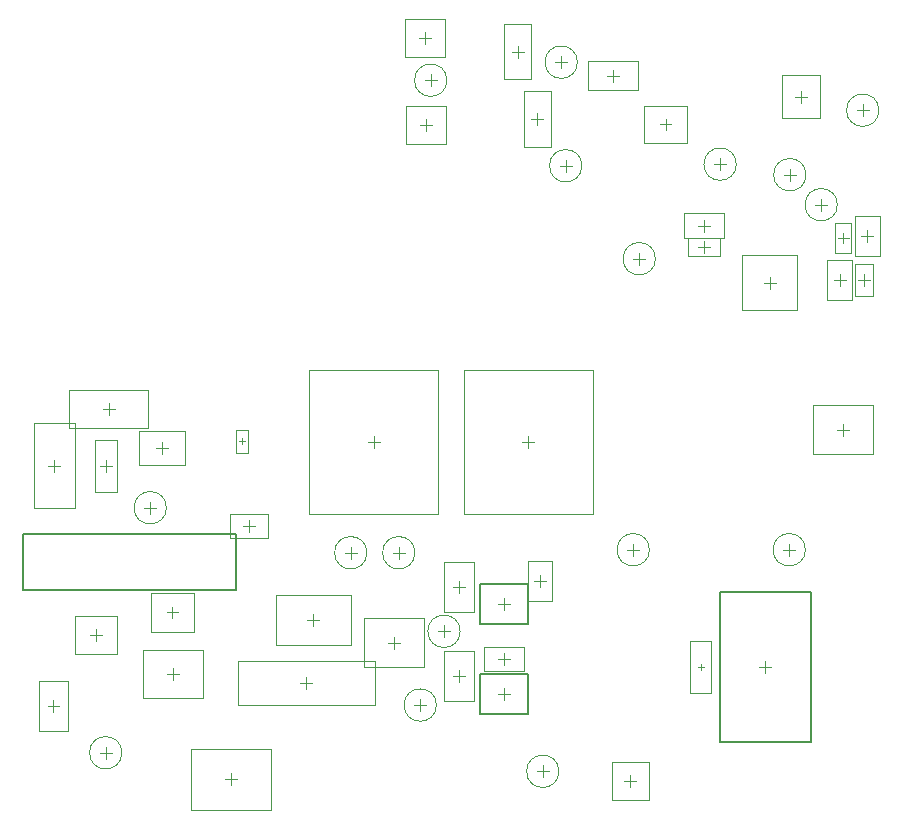
<source format=gbr>
%TF.GenerationSoftware,Altium Limited,Altium Designer,20.0.11 (256)*%
G04 Layer_Color=32768*
%FSLAX26Y26*%
%MOIN*%
%TF.FileFunction,Other,Mechanical_15*%
%TF.Part,Single*%
G01*
G75*
%TA.AperFunction,NonConductor*%
%ADD111C,0.003937*%
%ADD112C,0.007874*%
%ADD166C,0.001968*%
D111*
X845173Y1060630D02*
Y1139370D01*
Y1060630D02*
X971157D01*
X845173Y1139370D02*
X971157D01*
Y1060630D02*
Y1139370D01*
X888480Y1100000D02*
X927850D01*
X908165Y1080315D02*
Y1119685D01*
X1080315Y575000D02*
X1119685D01*
X1100000Y555315D02*
Y594685D01*
X600315Y1360000D02*
X639685D01*
X620000Y1340315D02*
Y1379685D01*
X1500000Y2415315D02*
Y2454685D01*
X1480315Y2435000D02*
X1519685D01*
X830315Y255000D02*
X869685D01*
X850000Y235315D02*
Y274685D01*
X2625315Y1910000D02*
X2664685D01*
X2645000Y1890315D02*
Y1929685D01*
X1858780Y915000D02*
X1898150D01*
X1878465Y895315D02*
Y934685D01*
X2123194Y2580315D02*
Y2619685D01*
X2103509Y2600000D02*
X2142879D01*
X2872284Y2058878D02*
X2907717D01*
X2890000Y2041162D02*
Y2076595D01*
X2425000Y2010315D02*
Y2049685D01*
X2405315Y2030000D02*
X2444685D01*
X2425000Y2080315D02*
Y2119685D01*
X2405315Y2100000D02*
X2444685D01*
X2750000Y2510315D02*
Y2549685D01*
X2730315Y2530000D02*
X2769685D01*
X885000Y1371280D02*
Y1390965D01*
X875158Y1381122D02*
X894842D01*
X413315Y1299000D02*
X452685D01*
X433000Y1279315D02*
Y1318685D01*
X2630000Y610315D02*
Y649685D01*
X2610315Y630000D02*
X2649685D01*
X1820315Y1380000D02*
X1859685D01*
X1840000Y1360315D02*
Y1399685D01*
X2405433Y630000D02*
X2425118D01*
X2415276Y620158D02*
Y639842D01*
X1738658Y840000D02*
X1778272D01*
X1758465Y820193D02*
Y859807D01*
X654000Y791315D02*
Y830685D01*
X634315Y811000D02*
X673685D01*
X240315Y1300000D02*
X279685D01*
X260000Y1280315D02*
Y1319685D01*
X2190000Y1000315D02*
Y1039685D01*
X2170315Y1020000D02*
X2209685D01*
X1559252Y728315D02*
Y767685D01*
X1539567Y748000D02*
X1578937D01*
X1248465Y990315D02*
Y1029685D01*
X1228780Y1010000D02*
X1268150D01*
X1515000Y2565315D02*
Y2604685D01*
X1495315Y2585000D02*
X1534685D01*
X2712000Y2250315D02*
Y2289685D01*
X2692315Y2270000D02*
X2731685D01*
X431604Y323512D02*
Y362882D01*
X411919Y343197D02*
X451289D01*
X1408465Y990315D02*
Y1029685D01*
X1388780Y1010000D02*
X1428150D01*
X2955000Y2465315D02*
Y2504685D01*
X2935315Y2485000D02*
X2974685D01*
X1965000Y2280315D02*
Y2319685D01*
X1945315Y2300000D02*
X1984685D01*
X1950000Y2625315D02*
Y2664685D01*
X1930315Y2645000D02*
X1969685D01*
X2180000Y230315D02*
Y269685D01*
X2160315Y250000D02*
X2199685D01*
X421890Y1488740D02*
X461260D01*
X441575Y1469055D02*
Y1508425D01*
X1103780Y785000D02*
X1143150D01*
X1123465Y765315D02*
Y804685D01*
X635315Y605000D02*
X674685D01*
X655000Y585315D02*
Y624685D01*
X1870000Y2435315D02*
Y2474685D01*
X1850315Y2455000D02*
X1889685D01*
X2858815Y1919842D02*
X2898185D01*
X2878500Y1900158D02*
Y1939528D01*
X1588780Y600000D02*
X1628150D01*
X1608465Y580315D02*
Y619685D01*
X1758465Y635315D02*
Y674685D01*
X1738780Y655000D02*
X1778150D01*
X1588780Y895000D02*
X1628150D01*
X1608465Y875315D02*
Y914685D01*
X2278071Y2437402D02*
X2317441D01*
X2297756Y2417716D02*
Y2457087D01*
X1738658Y540000D02*
X1778272D01*
X1758465Y520193D02*
Y559807D01*
X1373780Y710000D02*
X1413150D01*
X1393465Y690315D02*
Y729685D01*
X2950315Y2065000D02*
X2989685D01*
X2970000Y2045315D02*
Y2084685D01*
X2870315Y1420000D02*
X2909685D01*
X2890000Y1400315D02*
Y1439685D01*
X2940315Y1920000D02*
X2979685D01*
X2960000Y1900315D02*
Y1939685D01*
X1805000Y2660315D02*
Y2699685D01*
X1785315Y2680000D02*
X1824685D01*
X1305315Y1380000D02*
X1344685D01*
X1325000Y1360315D02*
Y1399685D01*
X237913Y500000D02*
X277284D01*
X257599Y480315D02*
Y519685D01*
X2479571Y2285315D02*
Y2324685D01*
X2459886Y2305000D02*
X2499256D01*
X2210000Y1970315D02*
Y2009685D01*
X2190315Y1990000D02*
X2229685D01*
X380315Y734723D02*
X419685D01*
X400000Y715038D02*
Y754408D01*
X580000Y1140315D02*
Y1179685D01*
X560315Y1160000D02*
X599685D01*
X2816535Y2150315D02*
Y2189685D01*
X2796850Y2170000D02*
X2836220D01*
X2710000Y1000315D02*
Y1039685D01*
X2690315Y1020000D02*
X2729685D01*
X1480000Y482480D02*
Y521850D01*
X1460315Y502165D02*
X1499685D01*
X1888500Y261614D02*
Y300984D01*
X1868815Y281299D02*
X1908185D01*
X1495315Y2704815D02*
Y2744185D01*
X1475630Y2724500D02*
X1515000D01*
D112*
X2478425Y380000D02*
Y880000D01*
Y380000D02*
X2781575D01*
Y880000D01*
X2478425D02*
X2781575D01*
X1678937Y773976D02*
X1837992D01*
X1678937D02*
Y906024D01*
X1837992D01*
Y773976D02*
Y906024D01*
X154803Y885827D02*
Y1070866D01*
Y885827D02*
X867402D01*
X154803Y1070866D02*
X867402D01*
Y885827D02*
Y1070866D01*
X1678937Y473976D02*
X1837992D01*
X1678937D02*
Y606024D01*
X1837992D01*
Y473976D02*
Y606024D01*
D166*
X2243937Y1020000D02*
G03*
X2243937Y1020000I-53937J0D01*
G01*
X1613189Y748000D02*
G03*
X1613189Y748000I-53937J0D01*
G01*
X1302402Y1010000D02*
G03*
X1302402Y1010000I-53937J0D01*
G01*
X1568937Y2585000D02*
G03*
X1568937Y2585000I-53937J0D01*
G01*
X2765937Y2270000D02*
G03*
X2765937Y2270000I-53937J0D01*
G01*
X485541Y343197D02*
G03*
X485541Y343197I-53937J0D01*
G01*
X1462402Y1010000D02*
G03*
X1462402Y1010000I-53937J0D01*
G01*
X3008937Y2485000D02*
G03*
X3008937Y2485000I-53937J0D01*
G01*
X2018937Y2300000D02*
G03*
X2018937Y2300000I-53937J0D01*
G01*
X2003937Y2645000D02*
G03*
X2003937Y2645000I-53937J0D01*
G01*
X2533508Y2305000D02*
G03*
X2533508Y2305000I-53937J0D01*
G01*
X2263937Y1990000D02*
G03*
X2263937Y1990000I-53937J0D01*
G01*
X633937Y1160000D02*
G03*
X633937Y1160000I-53937J0D01*
G01*
X2870472Y2170000D02*
G03*
X2870472Y2170000I-53937J0D01*
G01*
X2763937Y1020000D02*
G03*
X2763937Y1020000I-53937J0D01*
G01*
X1533937Y502165D02*
G03*
X1533937Y502165I-53937J0D01*
G01*
X1942437Y281299D02*
G03*
X1942437Y281299I-53937J0D01*
G01*
X871850Y502165D02*
Y647835D01*
Y502165D02*
X1327756D01*
X871850Y647835D02*
X1327756D01*
Y502165D02*
Y647835D01*
X543228Y1302913D02*
Y1417087D01*
Y1302913D02*
X696772D01*
X543228Y1417087D02*
X696772D01*
Y1302913D02*
Y1417087D01*
X1433071Y2372008D02*
Y2497992D01*
Y2372008D02*
X1566929D01*
X1433071Y2497992D02*
X1566929D01*
Y2372008D02*
Y2497992D01*
X716142Y152638D02*
Y357362D01*
Y152638D02*
X983858D01*
X716142Y357362D02*
X983858D01*
Y152638D02*
Y357362D01*
X2553465Y1818465D02*
Y2001535D01*
Y1818465D02*
X2736535D01*
X2553465Y2001535D02*
X2736535D01*
Y1818465D02*
Y2001535D01*
X1839094Y848071D02*
Y981929D01*
Y848071D02*
X1917835D01*
X1839094Y981929D02*
X1917835D01*
Y848071D02*
Y981929D01*
X2040517Y2550787D02*
Y2649213D01*
Y2550787D02*
X2205871D01*
X2040517Y2649213D02*
X2205871D01*
Y2550787D02*
Y2649213D01*
X2862441Y2007697D02*
Y2110059D01*
Y2007697D02*
X2917559D01*
X2862441Y2110059D02*
X2917559D01*
Y2007697D02*
Y2110059D01*
X2371850Y2000472D02*
Y2059528D01*
Y2000472D02*
X2478150D01*
X2371850Y2059528D02*
X2478150D01*
Y2000472D02*
Y2059528D01*
X2358071Y2058662D02*
Y2141339D01*
Y2058662D02*
X2491929D01*
X2358071Y2141339D02*
X2491929D01*
Y2058662D02*
Y2141339D01*
X2687008Y2459134D02*
Y2600866D01*
Y2459134D02*
X2812992D01*
X2687008Y2600866D02*
X2812992D01*
Y2459134D02*
Y2600866D01*
X865315Y1341752D02*
Y1420492D01*
Y1341752D02*
X904685D01*
X865315Y1420492D02*
X904685D01*
Y1341752D02*
Y1420492D01*
X397567Y1212780D02*
Y1385220D01*
Y1212780D02*
X468433D01*
X397567Y1385220D02*
X468433D01*
Y1212780D02*
Y1385220D01*
X1625433Y1139842D02*
Y1620158D01*
Y1139842D02*
X2054567D01*
X1625433Y1620158D02*
X2054567D01*
Y1139842D02*
Y1620158D01*
X2379843Y543583D02*
Y716417D01*
Y543583D02*
X2450709D01*
X2379843Y716417D02*
X2450709D01*
Y543583D02*
Y716417D01*
X581165Y746039D02*
Y875961D01*
Y746039D02*
X726835D01*
X581165Y875961D02*
X726835D01*
Y746039D02*
Y875961D01*
X192284Y1158071D02*
Y1441929D01*
Y1158071D02*
X327716D01*
X192284Y1441929D02*
X327716D01*
Y1158071D02*
Y1441929D01*
X2118976Y187008D02*
Y312992D01*
Y187008D02*
X2241024D01*
X2118976Y312992D02*
X2241024D01*
Y187008D02*
Y312992D01*
X309685Y1425748D02*
Y1551732D01*
Y1425748D02*
X573465D01*
X309685Y1551732D02*
X573465D01*
Y1425748D02*
Y1551732D01*
X998465Y702323D02*
Y867677D01*
Y702323D02*
X1248465D01*
X998465Y867677D02*
X1248465D01*
Y702323D02*
Y867677D01*
X554606Y524291D02*
Y685709D01*
Y524291D02*
X755394D01*
X554606Y685709D02*
X755394D01*
Y524291D02*
Y685709D01*
X1824724Y2362480D02*
Y2547520D01*
Y2362480D02*
X1915275D01*
X1824724Y2547520D02*
X1915275D01*
Y2362480D02*
Y2547520D01*
X2837161Y1852913D02*
Y1986772D01*
Y1852913D02*
X2919838D01*
X2837161Y1986772D02*
X2919838D01*
Y1852913D02*
Y1986772D01*
X1559252Y517323D02*
Y682677D01*
Y517323D02*
X1657677D01*
X1559252Y682677D02*
X1657677D01*
Y517323D02*
Y682677D01*
X1691535Y615630D02*
Y694370D01*
Y615630D02*
X1825394D01*
X1691535Y694370D02*
X1825394D01*
Y615630D02*
Y694370D01*
X1559252Y812323D02*
Y977677D01*
Y812323D02*
X1657677D01*
X1559252Y977677D02*
X1657677D01*
Y812323D02*
Y977677D01*
X2226890Y2374409D02*
Y2500394D01*
Y2374409D02*
X2368622D01*
X2226890Y2500394D02*
X2368622D01*
Y2374409D02*
Y2500394D01*
X1293071Y629291D02*
Y790709D01*
Y629291D02*
X1493858D01*
X1293071Y790709D02*
X1493858D01*
Y629291D02*
Y790709D01*
X2928661Y1998071D02*
Y2131929D01*
Y1998071D02*
X3011338D01*
X2928661Y2131929D02*
X3011338D01*
Y1998071D02*
Y2131929D01*
X2789606Y1339291D02*
Y1500709D01*
Y1339291D02*
X2990394D01*
X2789606Y1500709D02*
X2990394D01*
Y1339291D02*
Y1500709D01*
X2930472Y1866850D02*
Y1973150D01*
Y1866850D02*
X2989528D01*
X2930472Y1973150D02*
X2989528D01*
Y1866850D02*
Y1973150D01*
X1759724Y2587480D02*
Y2772520D01*
Y2587480D02*
X1850275D01*
X1759724Y2772520D02*
X1850275D01*
Y2587480D02*
Y2772520D01*
X1110433Y1139842D02*
Y1620158D01*
Y1139842D02*
X1539567D01*
X1110433Y1620158D02*
X1539567D01*
Y1139842D02*
Y1620158D01*
X208386Y417323D02*
Y582677D01*
Y417323D02*
X306811D01*
X208386Y582677D02*
X306811D01*
Y417323D02*
Y582677D01*
X329134Y671731D02*
Y797715D01*
Y671731D02*
X470866D01*
X329134Y797715D02*
X470866D01*
Y671731D02*
Y797715D01*
X1428386Y2661508D02*
Y2787492D01*
Y2661508D02*
X1562244D01*
X1428386Y2787492D02*
X1562244D01*
Y2661508D02*
Y2787492D01*
%TF.MD5,565d609b2d34c0a5882648666f88c6df*%
M02*

</source>
